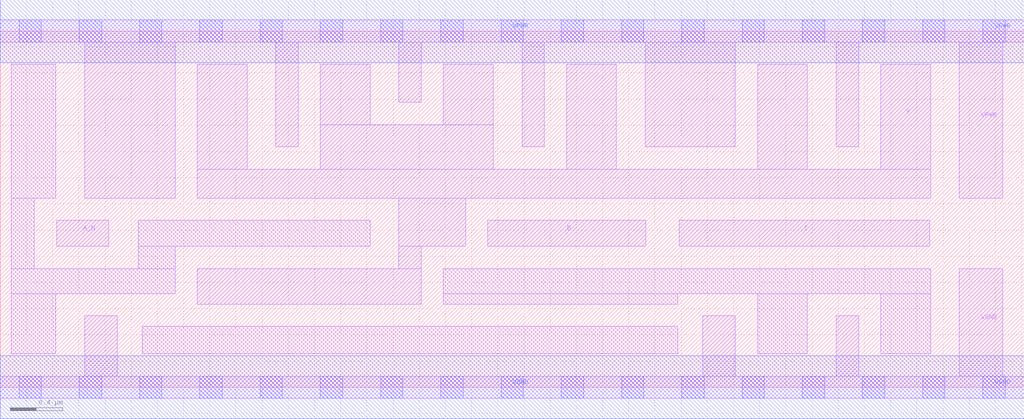
<source format=lef>
# Copyright 2020 The SkyWater PDK Authors
#
# Licensed under the Apache License, Version 2.0 (the "License");
# you may not use this file except in compliance with the License.
# You may obtain a copy of the License at
#
#     https://www.apache.org/licenses/LICENSE-2.0
#
# Unless required by applicable law or agreed to in writing, software
# distributed under the License is distributed on an "AS IS" BASIS,
# WITHOUT WARRANTIES OR CONDITIONS OF ANY KIND, either express or implied.
# See the License for the specific language governing permissions and
# limitations under the License.
#
# SPDX-License-Identifier: Apache-2.0

VERSION 5.7 ;
  NAMESCASESENSITIVE ON ;
  NOWIREEXTENSIONATPIN ON ;
  DIVIDERCHAR "/" ;
  BUSBITCHARS "[]" ;
UNITS
  DATABASE MICRONS 200 ;
END UNITS
PROPERTYDEFINITIONS
  MACRO maskLayoutSubType STRING ;
  MACRO prCellType STRING ;
  MACRO originalViewName STRING ;
END PROPERTYDEFINITIONS
MACRO sky130_fd_sc_hdll__nand3b_4
  CLASS CORE ;
  FOREIGN sky130_fd_sc_hdll__nand3b_4 ;
  ORIGIN  0.000000  0.000000 ;
  SIZE  7.820000 BY  2.720000 ;
  SYMMETRY X Y R90 ;
  SITE unithd ;
  PIN A_N
    ANTENNAGATEAREA  0.277500 ;
    DIRECTION INPUT ;
    USE SIGNAL ;
    PORT
      LAYER li1 ;
        RECT 0.430000 1.075000 0.830000 1.275000 ;
    END
  END A_N
  PIN B
    ANTENNAGATEAREA  1.110000 ;
    DIRECTION INPUT ;
    USE SIGNAL ;
    PORT
      LAYER li1 ;
        RECT 3.725000 1.075000 4.930000 1.275000 ;
    END
  END B
  PIN C
    ANTENNAGATEAREA  1.110000 ;
    DIRECTION INPUT ;
    USE SIGNAL ;
    PORT
      LAYER li1 ;
        RECT 5.185000 1.075000 7.100000 1.275000 ;
    END
  END C
  PIN Y
    ANTENNADIFFAREA  2.156000 ;
    DIRECTION OUTPUT ;
    USE SIGNAL ;
    PORT
      LAYER li1 ;
        RECT 1.505000 0.635000 3.215000 0.905000 ;
        RECT 1.505000 1.445000 7.105000 1.665000 ;
        RECT 1.505000 1.665000 1.885000 2.465000 ;
        RECT 2.445000 1.665000 3.765000 2.005000 ;
        RECT 2.445000 2.005000 2.825000 2.465000 ;
        RECT 3.045000 0.905000 3.215000 1.075000 ;
        RECT 3.045000 1.075000 3.555000 1.445000 ;
        RECT 3.385000 2.005000 3.765000 2.465000 ;
        RECT 4.325000 1.665000 4.705000 2.465000 ;
        RECT 5.785000 1.665000 6.165000 2.465000 ;
        RECT 6.725000 1.665000 7.105000 2.465000 ;
    END
  END Y
  PIN VGND
    DIRECTION INOUT ;
    USE GROUND ;
    PORT
      LAYER li1 ;
        RECT 0.000000 -0.085000 7.820000 0.085000 ;
        RECT 0.645000  0.085000 0.895000 0.545000 ;
        RECT 5.365000  0.085000 5.615000 0.545000 ;
        RECT 6.385000  0.085000 6.555000 0.545000 ;
        RECT 7.325000  0.085000 7.655000 0.905000 ;
      LAYER mcon ;
        RECT 0.145000 -0.085000 0.315000 0.085000 ;
        RECT 0.605000 -0.085000 0.775000 0.085000 ;
        RECT 1.065000 -0.085000 1.235000 0.085000 ;
        RECT 1.525000 -0.085000 1.695000 0.085000 ;
        RECT 1.985000 -0.085000 2.155000 0.085000 ;
        RECT 2.445000 -0.085000 2.615000 0.085000 ;
        RECT 2.905000 -0.085000 3.075000 0.085000 ;
        RECT 3.365000 -0.085000 3.535000 0.085000 ;
        RECT 3.825000 -0.085000 3.995000 0.085000 ;
        RECT 4.285000 -0.085000 4.455000 0.085000 ;
        RECT 4.745000 -0.085000 4.915000 0.085000 ;
        RECT 5.205000 -0.085000 5.375000 0.085000 ;
        RECT 5.665000 -0.085000 5.835000 0.085000 ;
        RECT 6.125000 -0.085000 6.295000 0.085000 ;
        RECT 6.585000 -0.085000 6.755000 0.085000 ;
        RECT 7.045000 -0.085000 7.215000 0.085000 ;
        RECT 7.505000 -0.085000 7.675000 0.085000 ;
      LAYER met1 ;
        RECT 0.000000 -0.240000 7.820000 0.240000 ;
    END
  END VGND
  PIN VPWR
    DIRECTION INOUT ;
    USE POWER ;
    PORT
      LAYER li1 ;
        RECT 0.000000 2.635000 7.820000 2.805000 ;
        RECT 0.645000 1.445000 1.335000 2.635000 ;
        RECT 2.105000 1.835000 2.275000 2.635000 ;
        RECT 3.045000 2.175000 3.215000 2.635000 ;
        RECT 3.985000 1.835000 4.155000 2.635000 ;
        RECT 4.925000 1.835000 5.615000 2.635000 ;
        RECT 6.385000 1.835000 6.555000 2.635000 ;
        RECT 7.325000 1.445000 7.655000 2.635000 ;
      LAYER mcon ;
        RECT 0.145000 2.635000 0.315000 2.805000 ;
        RECT 0.605000 2.635000 0.775000 2.805000 ;
        RECT 1.065000 2.635000 1.235000 2.805000 ;
        RECT 1.525000 2.635000 1.695000 2.805000 ;
        RECT 1.985000 2.635000 2.155000 2.805000 ;
        RECT 2.445000 2.635000 2.615000 2.805000 ;
        RECT 2.905000 2.635000 3.075000 2.805000 ;
        RECT 3.365000 2.635000 3.535000 2.805000 ;
        RECT 3.825000 2.635000 3.995000 2.805000 ;
        RECT 4.285000 2.635000 4.455000 2.805000 ;
        RECT 4.745000 2.635000 4.915000 2.805000 ;
        RECT 5.205000 2.635000 5.375000 2.805000 ;
        RECT 5.665000 2.635000 5.835000 2.805000 ;
        RECT 6.125000 2.635000 6.295000 2.805000 ;
        RECT 6.585000 2.635000 6.755000 2.805000 ;
        RECT 7.045000 2.635000 7.215000 2.805000 ;
        RECT 7.505000 2.635000 7.675000 2.805000 ;
      LAYER met1 ;
        RECT 0.000000 2.480000 7.820000 2.960000 ;
    END
  END VPWR
  OBS
    LAYER li1 ;
      RECT 0.085000 0.255000 0.425000 0.715000 ;
      RECT 0.085000 0.715000 1.335000 0.905000 ;
      RECT 0.085000 0.905000 0.260000 1.445000 ;
      RECT 0.085000 1.445000 0.425000 2.465000 ;
      RECT 1.055000 0.905000 1.335000 1.075000 ;
      RECT 1.055000 1.075000 2.825000 1.275000 ;
      RECT 1.085000 0.255000 5.175000 0.465000 ;
      RECT 3.385000 0.635000 5.175000 0.715000 ;
      RECT 3.385000 0.715000 7.105000 0.905000 ;
      RECT 5.785000 0.255000 6.165000 0.715000 ;
      RECT 6.725000 0.255000 7.105000 0.715000 ;
  END
  PROPERTY maskLayoutSubType "abstract" ;
  PROPERTY prCellType "standard" ;
  PROPERTY originalViewName "layout" ;
END sky130_fd_sc_hdll__nand3b_4

</source>
